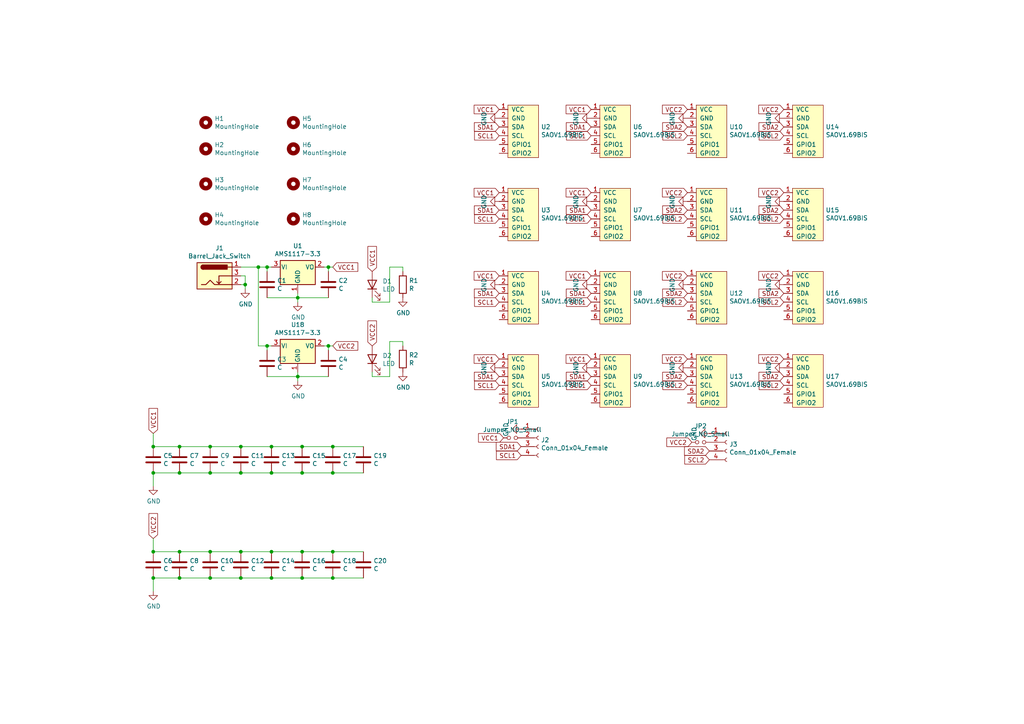
<source format=kicad_sch>
(kicad_sch (version 20211123) (generator eeschema)
  (paper "A4")
  (lib_symbols
    (symbol "Connector:Barrel_Jack_Switch" (pin_names hide)
      (property "Reference" "J" (at 0 5.334 0))
      (property "Value" "Barrel_Jack_Switch" (at 0 -5.08 0))
      (symbol "Barrel_Jack_Switch_0_1"
        (rectangle (start -5.08 3.81) (end 5.08 -3.81) (stroke (width 0.254)) (fill (type background)))
        (arc (start -3.302 3.175) (mid -3.937 2.54) (end -3.302 1.905) (stroke (width 0.254)))
        (arc (start -3.302 3.175) (mid -3.937 2.54) (end -3.302 1.905) (stroke (width 0.254)) (fill (type outline)))
        (polyline (pts (xy 1.27 -2.286) (xy 1.905 -1.651)) (stroke (width 0.254)))
        (polyline (pts (xy 5.08 2.54) (xy 3.81 2.54)) (stroke (width 0.254)))
        (polyline (pts (xy 5.08 0) (xy 1.27 0) (xy 1.27 -2.286) (xy 0.635 -1.651)) (stroke (width 0.254)))
        (polyline (pts (xy -3.81 -2.54) (xy -2.54 -2.54) (xy -1.27 -1.27) (xy 0 -2.54) (xy 2.54 -2.54) (xy 5.08 -2.54)) (stroke (width 0.254)))
        (rectangle (start 3.683 3.175) (end -3.302 1.905) (stroke (width 0.254)) (fill (type outline)))
      )
      (symbol "Barrel_Jack_Switch_1_1"
        (pin passive line (at 7.62 2.54 180) (length 2.54) (name "~") (number "1"))
        (pin passive line (at 7.62 -2.54 180) (length 2.54) (name "~") (number "2"))
        (pin passive line (at 7.62 0 180) (length 2.54) (name "~") (number "3"))
      )
    )
    (symbol "Connector:Conn_01x04_Female" (pin_names (offset 1.016) hide)
      (property "Reference" "J" (at 0 5.08 0))
      (property "Value" "Conn_01x04_Female" (at 0 -7.62 0))
      (symbol "Conn_01x04_Female_1_1"
        (arc (start 0 -4.572) (mid -0.508 -5.08) (end 0 -5.588) (stroke (width 0.1524)))
        (arc (start 0 -2.032) (mid -0.508 -2.54) (end 0 -3.048) (stroke (width 0.1524)))
        (polyline (pts (xy -1.27 -5.08) (xy -0.508 -5.08)) (stroke (width 0.1524)))
        (polyline (pts (xy -1.27 -2.54) (xy -0.508 -2.54)) (stroke (width 0.1524)))
        (polyline (pts (xy -1.27 0) (xy -0.508 0)) (stroke (width 0.1524)))
        (polyline (pts (xy -1.27 2.54) (xy -0.508 2.54)) (stroke (width 0.1524)))
        (arc (start 0 0.508) (mid -0.508 0) (end 0 -0.508) (stroke (width 0.1524)))
        (arc (start 0 3.048) (mid -0.508 2.54) (end 0 2.032) (stroke (width 0.1524)))
        (pin passive line (at -5.08 2.54 0) (length 3.81) (name "Pin_1") (number "1"))
        (pin passive line (at -5.08 0 0) (length 3.81) (name "Pin_2") (number "2"))
        (pin passive line (at -5.08 -2.54 0) (length 3.81) (name "Pin_3") (number "3"))
        (pin passive line (at -5.08 -5.08 0) (length 3.81) (name "Pin_4") (number "4"))
      )
    )
    (symbol "Device:C" (pin_numbers hide) (pin_names (offset 0.254))
      (property "Reference" "C" (at 0.635 2.54 0))
      (property "Value" "C" (at 0.635 -2.54 0))
      (symbol "C_0_1"
        (polyline (pts (xy -2.032 -0.762) (xy 2.032 -0.762)) (stroke (width 0.508)))
        (polyline (pts (xy -2.032 0.762) (xy 2.032 0.762)) (stroke (width 0.508)))
      )
      (symbol "C_1_1"
        (pin passive line (at 0 3.81 270) (length 2.794) (name "~") (number "1"))
        (pin passive line (at 0 -3.81 90) (length 2.794) (name "~") (number "2"))
      )
    )
    (symbol "Device:Jumper_NO_Small" (pin_numbers hide) (pin_names (offset 0.762) hide)
      (property "Reference" "JP" (at 0 2.032 0))
      (property "Value" "Jumper_NO_Small" (at 0.254 -1.524 0))
      (symbol "Jumper_NO_Small_0_1"
        (circle (center -1.016 0) (radius 0.508))
        (circle (center 1.016 0) (radius 0.508))
        (pin passive line (at -2.54 0 0) (length 1.016) (name "1") (number "1"))
        (pin passive line (at 2.54 0 180) (length 1.016) (name "2") (number "2"))
      )
    )
    (symbol "Device:LED" (pin_numbers hide) (pin_names (offset 1.016) hide)
      (property "Reference" "D" (at 0 2.54 0))
      (property "Value" "LED" (at 0 -2.54 0))
      (symbol "LED_0_1"
        (polyline (pts (xy -1.27 -1.27) (xy -1.27 1.27)) (stroke (width 0.254)))
        (polyline (pts (xy -1.27 0) (xy 1.27 0)))
        (polyline (pts (xy 1.27 -1.27) (xy 1.27 1.27) (xy -1.27 0) (xy 1.27 -1.27)) (stroke (width 0.254)))
        (polyline (pts (xy -3.048 -0.762) (xy -4.572 -2.286) (xy -3.81 -2.286) (xy -4.572 -2.286) (xy -4.572 -1.524)))
        (polyline (pts (xy -1.778 -0.762) (xy -3.302 -2.286) (xy -2.54 -2.286) (xy -3.302 -2.286) (xy -3.302 -1.524)))
      )
      (symbol "LED_1_1"
        (pin passive line (at -3.81 0 0) (length 2.54) (name "K") (number "1"))
        (pin passive line (at 3.81 0 180) (length 2.54) (name "A") (number "2"))
      )
    )
    (symbol "Device:R" (pin_numbers hide) (pin_names (offset 0))
      (property "Reference" "R" (at 2.032 0 90))
      (property "Value" "R" (at 0 0 90))
      (symbol "R_0_1"
        (rectangle (start -1.016 -2.54) (end 1.016 2.54) (stroke (width 0.254)))
      )
      (symbol "R_1_1"
        (pin passive line (at 0 3.81 270) (length 1.27) (name "~") (number "1"))
        (pin passive line (at 0 -3.81 90) (length 1.27) (name "~") (number "2"))
      )
    )
    (symbol "Mechanical:MountingHole" (pin_names (offset 1.016))
      (property "Reference" "H" (at 0 5.08 0))
      (property "Value" "MountingHole" (at 0 3.175 0))
      (symbol "MountingHole_0_1"
        (circle (center 0 0) (radius 1.27) (stroke (width 1.27)))
      )
    )
    (symbol "Regulator_Linear:AMS1117-3.3" (pin_names (offset 0.254))
      (property "Reference" "U" (at -3.81 3.175 0))
      (property "Value" "AMS1117-3.3" (at 0 3.175 0))
      (symbol "AMS1117-3.3_0_1"
        (rectangle (start -5.08 -5.08) (end 5.08 1.905) (stroke (width 0.254)) (fill (type background)))
      )
      (symbol "AMS1117-3.3_1_1"
        (pin power_in line (at 0 -7.62 90) (length 2.54) (name "GND") (number "1"))
        (pin power_out line (at 7.62 0 180) (length 2.54) (name "VO") (number "2"))
        (pin power_in line (at -7.62 0 0) (length 2.54) (name "VI") (number "3"))
      )
    )
    (symbol "SAO_library:SAOV1.69BIS" (pin_names (offset 1.016))
      (property "Reference" "U" (at 0 12.7 0))
      (property "Value" "SAOV1.69BIS" (at 0 10.16 0))
      (symbol "SAOV1.69BIS_0_1"
        (rectangle (start 3.81 7.62) (end 12.7 -7.62) (fill (type background)))
      )
      (symbol "SAOV1.69BIS_1_1"
        (pin input line (at 1.27 6.35 0) (length 2.54) (name "VCC") (number "1"))
        (pin input line (at 1.27 3.81 0) (length 2.54) (name "GND") (number "2"))
        (pin input line (at 1.27 1.27 0) (length 2.54) (name "SDA") (number "3"))
        (pin input line (at 1.27 -1.27 0) (length 2.54) (name "SCL") (number "4"))
        (pin input line (at 1.27 -3.81 0) (length 2.54) (name "GPIO1") (number "5"))
        (pin input line (at 1.27 -6.35 0) (length 2.54) (name "GPIO2") (number "6"))
      )
    )
    (symbol "power:GND" (power) (pin_names (offset 0))
      (property "Value" "GND" (at 0 -3.81 0))
      (symbol "GND_0_1"
        (polyline (pts (xy 0 0) (xy 0 -1.27) (xy 1.27 -1.27) (xy 0 -2.54) (xy -1.27 -1.27) (xy 0 -1.27)))
      )
      (symbol "GND_1_1"
        (pin power_in line (at 0 0 270) (length 0) hide (name "GND") (number "1"))
      )
    )
  )
  (junction (at 44.45 137.16))
  (junction (at 52.07 129.54))
  (junction (at 69.85 167.64))
  (junction (at 52.07 160.02))
  (junction (at 86.36 109.22))
  (junction (at 78.74 160.02))
  (junction (at 44.45 160.02))
  (junction (at 77.47 77.47))
  (junction (at 95.25 77.47))
  (junction (at 52.07 137.16))
  (junction (at 78.74 129.54))
  (junction (at 60.96 129.54))
  (junction (at 74.93 77.47))
  (junction (at 87.63 137.16))
  (junction (at 52.07 167.64))
  (junction (at 86.36 86.36))
  (junction (at 78.74 167.64))
  (junction (at 96.52 167.64))
  (junction (at 71.12 82.55))
  (junction (at 78.74 137.16))
  (junction (at 60.96 167.64))
  (junction (at 77.47 100.33))
  (junction (at 87.63 129.54))
  (junction (at 44.45 129.54))
  (junction (at 87.63 167.64))
  (junction (at 60.96 160.02))
  (junction (at 96.52 160.02))
  (junction (at 96.52 137.16))
  (junction (at 95.25 100.33))
  (junction (at 69.85 137.16))
  (junction (at 87.63 160.02))
  (junction (at 69.85 160.02))
  (junction (at 96.52 129.54))
  (junction (at 44.45 167.64))
  (junction (at 60.96 137.16))
  (junction (at 69.85 129.54))
  (wire (pts (xy 96.52 129.54) (xy 87.63 129.54)))
  (wire (pts (xy 60.96 160.02) (xy 52.07 160.02)))
  (wire (pts (xy 60.96 167.64) (xy 52.07 167.64)))
  (wire (pts (xy 86.36 107.95) (xy 86.36 109.22)))
  (wire (pts (xy 71.12 82.55) (xy 71.12 83.82)))
  (wire (pts (xy 113.03 109.22) (xy 113.03 99.06)))
  (wire (pts (xy 116.84 77.47) (xy 116.84 78.74)))
  (wire (pts (xy 87.63 129.54) (xy 78.74 129.54)))
  (wire (pts (xy 74.93 77.47) (xy 77.47 77.47)))
  (wire (pts (xy 52.07 137.16) (xy 44.45 137.16)))
  (wire (pts (xy 95.25 109.22) (xy 86.36 109.22)))
  (wire (pts (xy 77.47 86.36) (xy 86.36 86.36)))
  (wire (pts (xy 86.36 86.36) (xy 86.36 87.63)))
  (wire (pts (xy 44.45 167.64) (xy 44.45 171.45)))
  (wire (pts (xy 116.84 99.06) (xy 116.84 100.33)))
  (wire (pts (xy 113.03 87.63) (xy 113.03 77.47)))
  (wire (pts (xy 96.52 160.02) (xy 87.63 160.02)))
  (wire (pts (xy 44.45 137.16) (xy 44.45 140.97)))
  (wire (pts (xy 74.93 100.33) (xy 77.47 100.33)))
  (wire (pts (xy 69.85 137.16) (xy 60.96 137.16)))
  (wire (pts (xy 95.25 77.47) (xy 96.52 77.47)))
  (wire (pts (xy 105.41 137.16) (xy 96.52 137.16)))
  (wire (pts (xy 113.03 77.47) (xy 116.84 77.47)))
  (wire (pts (xy 69.85 160.02) (xy 60.96 160.02)))
  (wire (pts (xy 77.47 78.74) (xy 77.47 77.47)))
  (wire (pts (xy 71.12 80.01) (xy 71.12 82.55)))
  (wire (pts (xy 69.85 129.54) (xy 60.96 129.54)))
  (wire (pts (xy 69.85 80.01) (xy 71.12 80.01)))
  (wire (pts (xy 52.07 160.02) (xy 44.45 160.02)))
  (wire (pts (xy 93.98 77.47) (xy 95.25 77.47)))
  (wire (pts (xy 52.07 129.54) (xy 44.45 129.54)))
  (wire (pts (xy 95.25 100.33) (xy 95.25 101.6)))
  (wire (pts (xy 69.85 167.64) (xy 60.96 167.64)))
  (wire (pts (xy 87.63 137.16) (xy 78.74 137.16)))
  (wire (pts (xy 87.63 160.02) (xy 78.74 160.02)))
  (wire (pts (xy 78.74 160.02) (xy 69.85 160.02)))
  (wire (pts (xy 105.41 167.64) (xy 96.52 167.64)))
  (wire (pts (xy 78.74 137.16) (xy 69.85 137.16)))
  (wire (pts (xy 77.47 77.47) (xy 78.74 77.47)))
  (wire (pts (xy 96.52 167.64) (xy 87.63 167.64)))
  (wire (pts (xy 95.25 86.36) (xy 86.36 86.36)))
  (wire (pts (xy 105.41 129.54) (xy 96.52 129.54)))
  (wire (pts (xy 107.95 87.63) (xy 113.03 87.63)))
  (wire (pts (xy 78.74 129.54) (xy 69.85 129.54)))
  (wire (pts (xy 95.25 77.47) (xy 95.25 78.74)))
  (wire (pts (xy 105.41 160.02) (xy 96.52 160.02)))
  (wire (pts (xy 107.95 107.95) (xy 107.95 109.22)))
  (wire (pts (xy 52.07 167.64) (xy 44.45 167.64)))
  (wire (pts (xy 77.47 100.33) (xy 78.74 100.33)))
  (wire (pts (xy 69.85 82.55) (xy 71.12 82.55)))
  (wire (pts (xy 44.45 160.02) (xy 44.45 156.21)))
  (wire (pts (xy 113.03 99.06) (xy 116.84 99.06)))
  (wire (pts (xy 69.85 77.47) (xy 74.93 77.47)))
  (wire (pts (xy 60.96 137.16) (xy 52.07 137.16)))
  (wire (pts (xy 77.47 109.22) (xy 86.36 109.22)))
  (wire (pts (xy 60.96 129.54) (xy 52.07 129.54)))
  (wire (pts (xy 86.36 85.09) (xy 86.36 86.36)))
  (wire (pts (xy 44.45 129.54) (xy 44.45 125.73)))
  (wire (pts (xy 95.25 100.33) (xy 96.52 100.33)))
  (wire (pts (xy 107.95 86.36) (xy 107.95 87.63)))
  (wire (pts (xy 93.98 100.33) (xy 95.25 100.33)))
  (wire (pts (xy 87.63 167.64) (xy 78.74 167.64)))
  (wire (pts (xy 86.36 109.22) (xy 86.36 110.49)))
  (wire (pts (xy 74.93 100.33) (xy 74.93 77.47)))
  (wire (pts (xy 78.74 167.64) (xy 69.85 167.64)))
  (wire (pts (xy 77.47 101.6) (xy 77.47 100.33)))
  (wire (pts (xy 96.52 137.16) (xy 87.63 137.16)))
  (wire (pts (xy 107.95 109.22) (xy 113.03 109.22)))
  (global_label "SCL2" (shape input) (at 227.33 39.37 180) (property "Intersheet References" "${INTERSHEET_REFS}" (effects hide)))
  (global_label "SDA2" (shape input) (at 227.33 36.83 180) (property "Intersheet References" "${INTERSHEET_REFS}" (effects hide)))
  (global_label "VCC1" (shape input) (at 144.78 104.14 180) (property "Intersheet References" "${INTERSHEET_REFS}" (effects hide)))
  (global_label "VCC2" (shape input) (at 199.39 104.14 180) (property "Intersheet References" "${INTERSHEET_REFS}" (effects hide)))
  (global_label "SDA1" (shape input) (at 144.78 109.22 180) (property "Intersheet References" "${INTERSHEET_REFS}" (effects hide)))
  (global_label "VCC1" (shape input) (at 171.45 80.01 180) (property "Intersheet References" "${INTERSHEET_REFS}" (effects hide)))
  (global_label "VCC2" (shape input) (at 199.39 31.75 180) (property "Intersheet References" "${INTERSHEET_REFS}" (effects hide)))
  (global_label "SDA2" (shape input) (at 199.39 36.83 180) (property "Intersheet References" "${INTERSHEET_REFS}" (effects hide)))
  (global_label "VCC1" (shape input) (at 96.52 77.47 0) (property "Intersheet References" "${INTERSHEET_REFS}" (effects hide)))
  (global_label "VCC1" (shape input) (at 144.78 80.01 180) (property "Intersheet References" "${INTERSHEET_REFS}" (effects hide)))
  (global_label "SDA1" (shape input) (at 171.45 60.96 180) (property "Intersheet References" "${INTERSHEET_REFS}" (effects hide)))
  (global_label "SDA1" (shape input) (at 151.13 129.54 180) (property "Intersheet References" "${INTERSHEET_REFS}" (effects hide)))
  (global_label "SCL1" (shape input) (at 144.78 39.37 180) (property "Intersheet References" "${INTERSHEET_REFS}" (effects hide)))
  (global_label "VCC2" (shape input) (at 227.33 104.14 180) (property "Intersheet References" "${INTERSHEET_REFS}" (effects hide)))
  (global_label "VCC2" (shape input) (at 199.39 55.88 180) (property "Intersheet References" "${INTERSHEET_REFS}" (effects hide)))
  (global_label "VCC1" (shape input) (at 144.78 55.88 180) (property "Intersheet References" "${INTERSHEET_REFS}" (effects hide)))
  (global_label "SDA2" (shape input) (at 205.74 130.81 180) (property "Intersheet References" "${INTERSHEET_REFS}" (effects hide)))
  (global_label "SCL1" (shape input) (at 144.78 63.5 180) (property "Intersheet References" "${INTERSHEET_REFS}" (effects hide)))
  (global_label "VCC1" (shape input) (at 44.45 125.73 90) (property "Intersheet References" "${INTERSHEET_REFS}" (effects hide)))
  (global_label "VCC2" (shape input) (at 227.33 80.01 180) (property "Intersheet References" "${INTERSHEET_REFS}" (effects hide)))
  (global_label "SCL2" (shape input) (at 199.39 39.37 180) (property "Intersheet References" "${INTERSHEET_REFS}" (effects hide)))
  (global_label "SDA2" (shape input) (at 199.39 109.22 180) (property "Intersheet References" "${INTERSHEET_REFS}" (effects hide)))
  (global_label "VCC2" (shape input) (at 96.52 100.33 0) (property "Intersheet References" "${INTERSHEET_REFS}" (effects hide)))
  (global_label "SCL1" (shape input) (at 171.45 111.76 180) (property "Intersheet References" "${INTERSHEET_REFS}" (effects hide)))
  (global_label "SDA1" (shape input) (at 144.78 60.96 180) (property "Intersheet References" "${INTERSHEET_REFS}" (effects hide)))
  (global_label "SCL2" (shape input) (at 199.39 87.63 180) (property "Intersheet References" "${INTERSHEET_REFS}" (effects hide)))
  (global_label "VCC1" (shape input) (at 171.45 31.75 180) (property "Intersheet References" "${INTERSHEET_REFS}" (effects hide)))
  (global_label "SCL1" (shape input) (at 171.45 63.5 180) (property "Intersheet References" "${INTERSHEET_REFS}" (effects hide)))
  (global_label "SCL2" (shape input) (at 227.33 111.76 180) (property "Intersheet References" "${INTERSHEET_REFS}" (effects hide)))
  (global_label "SDA1" (shape input) (at 171.45 85.09 180) (property "Intersheet References" "${INTERSHEET_REFS}" (effects hide)))
  (global_label "SCL1" (shape input) (at 144.78 87.63 180) (property "Intersheet References" "${INTERSHEET_REFS}" (effects hide)))
  (global_label "VCC2" (shape input) (at 200.66 128.27 180) (property "Intersheet References" "${INTERSHEET_REFS}" (effects hide)))
  (global_label "VCC2" (shape input) (at 44.45 156.21 90) (property "Intersheet References" "${INTERSHEET_REFS}" (effects hide)))
  (global_label "VCC1" (shape input) (at 146.05 127 180) (property "Intersheet References" "${INTERSHEET_REFS}" (effects hide)))
  (global_label "SCL2" (shape input) (at 227.33 87.63 180) (property "Intersheet References" "${INTERSHEET_REFS}" (effects hide)))
  (global_label "SDA1" (shape input) (at 171.45 109.22 180) (property "Intersheet References" "${INTERSHEET_REFS}" (effects hide)))
  (global_label "SCL1" (shape input) (at 151.13 132.08 180) (property "Intersheet References" "${INTERSHEET_REFS}" (effects hide)))
  (global_label "VCC1" (shape input) (at 144.78 31.75 180) (property "Intersheet References" "${INTERSHEET_REFS}" (effects hide)))
  (global_label "VCC2" (shape input) (at 199.39 80.01 180) (property "Intersheet References" "${INTERSHEET_REFS}" (effects hide)))
  (global_label "SDA2" (shape input) (at 199.39 85.09 180) (property "Intersheet References" "${INTERSHEET_REFS}" (effects hide)))
  (global_label "SCL2" (shape input) (at 227.33 63.5 180) (property "Intersheet References" "${INTERSHEET_REFS}" (effects hide)))
  (global_label "SDA2" (shape input) (at 199.39 60.96 180) (property "Intersheet References" "${INTERSHEET_REFS}" (effects hide)))
  (global_label "SDA1" (shape input) (at 144.78 85.09 180) (property "Intersheet References" "${INTERSHEET_REFS}" (effects hide)))
  (global_label "VCC1" (shape input) (at 171.45 104.14 180) (property "Intersheet References" "${INTERSHEET_REFS}" (effects hide)))
  (global_label "SDA2" (shape input) (at 227.33 85.09 180) (property "Intersheet References" "${INTERSHEET_REFS}" (effects hide)))
  (global_label "VCC2" (shape input) (at 227.33 55.88 180) (property "Intersheet References" "${INTERSHEET_REFS}" (effects hide)))
  (global_label "VCC2" (shape input) (at 107.95 100.33 90) (property "Intersheet References" "${INTERSHEET_REFS}" (effects hide)))
  (global_label "SDA2" (shape input) (at 227.33 60.96 180) (property "Intersheet References" "${INTERSHEET_REFS}" (effects hide)))
  (global_label "SCL1" (shape input) (at 171.45 87.63 180) (property "Intersheet References" "${INTERSHEET_REFS}" (effects hide)))
  (global_label "SCL2" (shape input) (at 199.39 63.5 180) (property "Intersheet References" "${INTERSHEET_REFS}" (effects hide)))
  (global_label "VCC1" (shape input) (at 171.45 55.88 180) (property "Intersheet References" "${INTERSHEET_REFS}" (effects hide)))
  (global_label "SCL2" (shape input) (at 199.39 111.76 180) (property "Intersheet References" "${INTERSHEET_REFS}" (effects hide)))
  (global_label "SCL1" (shape input) (at 144.78 111.76 180) (property "Intersheet References" "${INTERSHEET_REFS}" (effects hide)))
  (global_label "SCL1" (shape input) (at 171.45 39.37 180) (property "Intersheet References" "${INTERSHEET_REFS}" (effects hide)))
  (global_label "SCL2" (shape input) (at 205.74 133.35 180) (property "Intersheet References" "${INTERSHEET_REFS}" (effects hide)))
  (global_label "VCC2" (shape input) (at 227.33 31.75 180) (property "Intersheet References" "${INTERSHEET_REFS}" (effects hide)))
  (global_label "SDA2" (shape input) (at 227.33 109.22 180) (property "Intersheet References" "${INTERSHEET_REFS}" (effects hide)))
  (global_label "VCC1" (shape input) (at 107.95 78.74 90) (property "Intersheet References" "${INTERSHEET_REFS}" (effects hide)))
  (global_label "SDA1" (shape input) (at 171.45 36.83 180) (property "Intersheet References" "${INTERSHEET_REFS}" (effects hide)))
  (global_label "SDA1" (shape input) (at 144.78 36.83 180) (property "Intersheet References" "${INTERSHEET_REFS}" (effects hide)))
  (symbol (lib_id "Regulator_Linear:AMS1117-3.3") (at 86.36 77.47 0) (unit 1)
    (property "Reference" "U1" (at 86.36 71.3232 0))
    (property "Value" "AMS1117-3.3" (at 86.36 73.6346 0))
    (property "Footprint" "Package_TO_SOT_SMD:SOT-223-3_TabPin2" (effects hide))
    (property "Datasheet" "http://www.advanced-monolithic.com/pdf/ds1117.pdf" (effects hide))
  )
  (symbol (lib_id "Device:C") (at 77.47 82.55 0) (unit 1)
    (property "Reference" "C1" (at 80.391 81.3816 0) (effects (justify left)))
    (property "Value" "C" (at 80.391 83.693 0) (effects (justify left)))
    (property "Footprint" "Capacitor_SMD:C_1206_3216Metric_Pad1.33x1.80mm_HandSolder" (effects hide))
  )
  (symbol (lib_id "Device:C") (at 95.25 82.55 0) (unit 1)
    (property "Reference" "C2" (at 98.171 81.3816 0) (effects (justify left)))
    (property "Value" "C" (at 98.171 83.693 0) (effects (justify left)))
    (property "Footprint" "Capacitor_SMD:C_1206_3216Metric_Pad1.33x1.80mm_HandSolder" (effects hide))
  )
  (symbol (lib_id "power:GND") (at 86.36 87.63 0) (unit 1)
    (property "Reference" "#PWR0101" (effects hide))
    (property "Value" "GND" (at 86.487 92.0242 0))
  )
  (symbol (lib_id "SAO_library:SAOV1.69BIS") (at 143.51 38.1 0) (unit 1)
    (property "Reference" "U2" (at 156.9212 36.8046 0) (effects (justify left)))
    (property "Value" "SAOV1.69BIS" (at 156.9212 39.116 0) (effects (justify left)))
    (property "Footprint" "Connector_PinSocket_2.54mm:PinSocket_2x03_P2.54mm_Vertical" (effects hide))
  )
  (symbol (lib_id "SAO_library:SAOV1.69BIS") (at 170.18 38.1 0) (unit 1)
    (property "Reference" "U6" (at 183.5912 36.8046 0) (effects (justify left)))
    (property "Value" "SAOV1.69BIS" (at 183.5912 39.116 0) (effects (justify left)))
    (property "Footprint" "Connector_PinSocket_2.54mm:PinSocket_2x03_P2.54mm_Vertical" (effects hide))
  )
  (symbol (lib_id "SAO_library:SAOV1.69BIS") (at 198.12 38.1 0) (unit 1)
    (property "Reference" "U10" (at 211.5312 36.8046 0) (effects (justify left)))
    (property "Value" "SAOV1.69BIS" (at 211.5312 39.116 0) (effects (justify left)))
    (property "Footprint" "Connector_PinSocket_2.54mm:PinSocket_2x03_P2.54mm_Vertical" (effects hide))
  )
  (symbol (lib_id "SAO_library:SAOV1.69BIS") (at 226.06 38.1 0) (unit 1)
    (property "Reference" "U14" (at 239.4712 36.8046 0) (effects (justify left)))
    (property "Value" "SAOV1.69BIS" (at 239.4712 39.116 0) (effects (justify left)))
    (property "Footprint" "Connector_PinSocket_2.54mm:PinSocket_2x03_P2.54mm_Vertical" (effects hide))
  )
  (symbol (lib_id "SAO_library:SAOV1.69BIS") (at 143.51 62.23 0) (unit 1)
    (property "Reference" "U3" (at 156.9212 60.9346 0) (effects (justify left)))
    (property "Value" "SAOV1.69BIS" (at 156.9212 63.246 0) (effects (justify left)))
    (property "Footprint" "Connector_PinSocket_2.54mm:PinSocket_2x03_P2.54mm_Vertical" (effects hide))
  )
  (symbol (lib_id "SAO_library:SAOV1.69BIS") (at 170.18 62.23 0) (unit 1)
    (property "Reference" "U7" (at 183.5912 60.9346 0) (effects (justify left)))
    (property "Value" "SAOV1.69BIS" (at 183.5912 63.246 0) (effects (justify left)))
    (property "Footprint" "Connector_PinSocket_2.54mm:PinSocket_2x03_P2.54mm_Vertical" (effects hide))
  )
  (symbol (lib_id "SAO_library:SAOV1.69BIS") (at 198.12 62.23 0) (unit 1)
    (property "Reference" "U11" (at 211.5312 60.9346 0) (effects (justify left)))
    (property "Value" "SAOV1.69BIS" (at 211.5312 63.246 0) (effects (justify left)))
    (property "Footprint" "Connector_PinSocket_2.54mm:PinSocket_2x03_P2.54mm_Vertical" (effects hide))
  )
  (symbol (lib_id "SAO_library:SAOV1.69BIS") (at 226.06 62.23 0) (unit 1)
    (property "Reference" "U15" (at 239.4712 60.9346 0) (effects (justify left)))
    (property "Value" "SAOV1.69BIS" (at 239.4712 63.246 0) (effects (justify left)))
    (property "Footprint" "Connector_PinSocket_2.54mm:PinSocket_2x03_P2.54mm_Vertical" (effects hide))
  )
  (symbol (lib_id "SAO_library:SAOV1.69BIS") (at 143.51 86.36 0) (unit 1)
    (property "Reference" "U4" (at 156.9212 85.0646 0) (effects (justify left)))
    (property "Value" "SAOV1.69BIS" (at 156.9212 87.376 0) (effects (justify left)))
    (property "Footprint" "Connector_PinSocket_2.54mm:PinSocket_2x03_P2.54mm_Vertical" (effects hide))
  )
  (symbol (lib_id "SAO_library:SAOV1.69BIS") (at 170.18 86.36 0) (unit 1)
    (property "Reference" "U8" (at 183.5912 85.0646 0) (effects (justify left)))
    (property "Value" "SAOV1.69BIS" (at 183.5912 87.376 0) (effects (justify left)))
    (property "Footprint" "Connector_PinSocket_2.54mm:PinSocket_2x03_P2.54mm_Vertical" (effects hide))
  )
  (symbol (lib_id "SAO_library:SAOV1.69BIS") (at 198.12 86.36 0) (unit 1)
    (property "Reference" "U12" (at 211.5312 85.0646 0) (effects (justify left)))
    (property "Value" "SAOV1.69BIS" (at 211.5312 87.376 0) (effects (justify left)))
    (property "Footprint" "Connector_PinSocket_2.54mm:PinSocket_2x03_P2.54mm_Vertical" (effects hide))
  )
  (symbol (lib_id "SAO_library:SAOV1.69BIS") (at 226.06 86.36 0) (unit 1)
    (property "Reference" "U16" (at 239.4712 85.0646 0) (effects (justify left)))
    (property "Value" "SAOV1.69BIS" (at 239.4712 87.376 0) (effects (justify left)))
    (property "Footprint" "Connector_PinSocket_2.54mm:PinSocket_2x03_P2.54mm_Vertical" (effects hide))
  )
  (symbol (lib_id "SAO_library:SAOV1.69BIS") (at 143.51 110.49 0) (unit 1)
    (property "Reference" "U5" (at 156.9212 109.1946 0) (effects (justify left)))
    (property "Value" "SAOV1.69BIS" (at 156.9212 111.506 0) (effects (justify left)))
    (property "Footprint" "Connector_PinSocket_2.54mm:PinSocket_2x03_P2.54mm_Vertical" (effects hide))
  )
  (symbol (lib_id "SAO_library:SAOV1.69BIS") (at 170.18 110.49 0) (unit 1)
    (property "Reference" "U9" (at 183.5912 109.1946 0) (effects (justify left)))
    (property "Value" "SAOV1.69BIS" (at 183.5912 111.506 0) (effects (justify left)))
    (property "Footprint" "Connector_PinSocket_2.54mm:PinSocket_2x03_P2.54mm_Vertical" (effects hide))
  )
  (symbol (lib_id "SAO_library:SAOV1.69BIS") (at 198.12 110.49 0) (unit 1)
    (property "Reference" "U13" (at 211.5312 109.1946 0) (effects (justify left)))
    (property "Value" "SAOV1.69BIS" (at 211.5312 111.506 0) (effects (justify left)))
    (property "Footprint" "Connector_PinSocket_2.54mm:PinSocket_2x03_P2.54mm_Vertical" (effects hide))
  )
  (symbol (lib_id "SAO_library:SAOV1.69BIS") (at 226.06 110.49 0) (unit 1)
    (property "Reference" "U17" (at 239.4712 109.1946 0) (effects (justify left)))
    (property "Value" "SAOV1.69BIS" (at 239.4712 111.506 0) (effects (justify left)))
    (property "Footprint" "Connector_PinSocket_2.54mm:PinSocket_2x03_P2.54mm_Vertical" (effects hide))
  )
  (symbol (lib_id "Connector:Barrel_Jack_Switch") (at 62.23 80.01 0) (unit 1)
    (property "Reference" "J1" (at 63.6778 71.9582 0))
    (property "Value" "Barrel_Jack_Switch" (at 63.6778 74.2696 0))
    (property "Footprint" "Connector_BarrelJack:BarrelJack_CUI_PJ-102AH_Horizontal" (effects hide))
  )
  (symbol (lib_id "power:GND") (at 71.12 83.82 0) (unit 1)
    (property "Reference" "#PWR0102" (effects hide))
    (property "Value" "GND" (at 71.247 88.2142 0))
  )
  (symbol (lib_id "Regulator_Linear:AMS1117-3.3") (at 86.36 100.33 0) (unit 1)
    (property "Reference" "U18" (at 86.36 94.1832 0))
    (property "Value" "AMS1117-3.3" (at 86.36 96.4946 0))
    (property "Footprint" "Package_TO_SOT_SMD:SOT-223-3_TabPin2" (effects hide))
    (property "Datasheet" "http://www.advanced-monolithic.com/pdf/ds1117.pdf" (effects hide))
  )
  (symbol (lib_id "Device:C") (at 77.47 105.41 0) (unit 1)
    (property "Reference" "C3" (at 80.391 104.2416 0) (effects (justify left)))
    (property "Value" "C" (at 80.391 106.553 0) (effects (justify left)))
    (property "Footprint" "Capacitor_SMD:C_1206_3216Metric_Pad1.33x1.80mm_HandSolder" (effects hide))
  )
  (symbol (lib_id "Device:C") (at 95.25 105.41 0) (unit 1)
    (property "Reference" "C4" (at 98.171 104.2416 0) (effects (justify left)))
    (property "Value" "C" (at 98.171 106.553 0) (effects (justify left)))
    (property "Footprint" "Capacitor_SMD:C_1206_3216Metric_Pad1.33x1.80mm_HandSolder" (effects hide))
  )
  (symbol (lib_id "power:GND") (at 86.36 110.49 0) (unit 1)
    (property "Reference" "#PWR0103" (effects hide))
    (property "Value" "GND" (at 86.487 114.8842 0))
  )
  (symbol (lib_id "power:GND") (at 144.78 34.29 270) (unit 1)
    (property "Reference" "#PWR0104" (effects hide))
    (property "Value" "GND" (at 140.3858 34.417 0))
  )
  (symbol (lib_id "power:GND") (at 144.78 58.42 270) (unit 1)
    (property "Reference" "#PWR0105" (effects hide))
    (property "Value" "GND" (at 140.3858 58.547 0))
  )
  (symbol (lib_id "power:GND") (at 144.78 82.55 270) (unit 1)
    (property "Reference" "#PWR0106" (effects hide))
    (property "Value" "GND" (at 140.3858 82.677 0))
  )
  (symbol (lib_id "power:GND") (at 144.78 106.68 270) (unit 1)
    (property "Reference" "#PWR0107" (effects hide))
    (property "Value" "GND" (at 140.3858 106.807 0))
  )
  (symbol (lib_id "power:GND") (at 171.45 34.29 270) (unit 1)
    (property "Reference" "#PWR0108" (effects hide))
    (property "Value" "GND" (at 167.0558 34.417 0))
  )
  (symbol (lib_id "power:GND") (at 171.45 58.42 270) (unit 1)
    (property "Reference" "#PWR0109" (effects hide))
    (property "Value" "GND" (at 167.0558 58.547 0))
  )
  (symbol (lib_id "power:GND") (at 171.45 82.55 270) (unit 1)
    (property "Reference" "#PWR0110" (effects hide))
    (property "Value" "GND" (at 167.0558 82.677 0))
  )
  (symbol (lib_id "power:GND") (at 171.45 106.68 270) (unit 1)
    (property "Reference" "#PWR0111" (effects hide))
    (property "Value" "GND" (at 167.0558 106.807 0))
  )
  (symbol (lib_id "power:GND") (at 199.39 34.29 270) (unit 1)
    (property "Reference" "#PWR0112" (effects hide))
    (property "Value" "GND" (at 194.9958 34.417 0))
  )
  (symbol (lib_id "power:GND") (at 199.39 58.42 270) (unit 1)
    (property "Reference" "#PWR0113" (effects hide))
    (property "Value" "GND" (at 194.9958 58.547 0))
  )
  (symbol (lib_id "power:GND") (at 199.39 82.55 270) (unit 1)
    (property "Reference" "#PWR0114" (effects hide))
    (property "Value" "GND" (at 194.9958 82.677 0))
  )
  (symbol (lib_id "power:GND") (at 199.39 106.68 270) (unit 1)
    (property "Reference" "#PWR0115" (effects hide))
    (property "Value" "GND" (at 194.9958 106.807 0))
  )
  (symbol (lib_id "power:GND") (at 227.33 34.29 270) (unit 1)
    (property "Reference" "#PWR0116" (effects hide))
    (property "Value" "GND" (at 222.9358 34.417 0))
  )
  (symbol (lib_id "power:GND") (at 227.33 58.42 270) (unit 1)
    (property "Reference" "#PWR0117" (effects hide))
    (property "Value" "GND" (at 222.9358 58.547 0))
  )
  (symbol (lib_id "power:GND") (at 227.33 82.55 270) (unit 1)
    (property "Reference" "#PWR0118" (effects hide))
    (property "Value" "GND" (at 222.9358 82.677 0))
  )
  (symbol (lib_id "power:GND") (at 227.33 106.68 270) (unit 1)
    (property "Reference" "#PWR0119" (effects hide))
    (property "Value" "GND" (at 222.9358 106.807 0))
  )
  (symbol (lib_id "Mechanical:MountingHole") (at 59.69 35.56 0) (unit 1)
    (property "Reference" "H1" (at 62.23 34.3916 0) (effects (justify left)))
    (property "Value" "MountingHole" (at 62.23 36.703 0) (effects (justify left)))
    (property "Footprint" "MountingHole:MountingHole_3.2mm_M3_Pad_Via" (effects hide))
  )
  (symbol (lib_id "Mechanical:MountingHole") (at 59.69 43.18 0) (unit 1)
    (property "Reference" "H2" (at 62.23 42.0116 0) (effects (justify left)))
    (property "Value" "MountingHole" (at 62.23 44.323 0) (effects (justify left)))
    (property "Footprint" "MountingHole:MountingHole_3.2mm_M3_Pad_Via" (effects hide))
  )
  (symbol (lib_id "Mechanical:MountingHole") (at 59.69 53.34 0) (unit 1)
    (property "Reference" "H3" (at 62.23 52.1716 0) (effects (justify left)))
    (property "Value" "MountingHole" (at 62.23 54.483 0) (effects (justify left)))
    (property "Footprint" "MountingHole:MountingHole_3.2mm_M3_Pad_Via" (effects hide))
  )
  (symbol (lib_id "Mechanical:MountingHole") (at 59.69 63.5 0) (unit 1)
    (property "Reference" "H4" (at 62.23 62.3316 0) (effects (justify left)))
    (property "Value" "MountingHole" (at 62.23 64.643 0) (effects (justify left)))
    (property "Footprint" "MountingHole:MountingHole_3.2mm_M3_Pad_Via" (effects hide))
  )
  (symbol (lib_id "Mechanical:MountingHole") (at 85.09 35.56 0) (unit 1)
    (property "Reference" "H5" (at 87.63 34.3916 0) (effects (justify left)))
    (property "Value" "MountingHole" (at 87.63 36.703 0) (effects (justify left)))
    (property "Footprint" "MountingHole:MountingHole_3.2mm_M3_Pad_Via" (effects hide))
  )
  (symbol (lib_id "Mechanical:MountingHole") (at 85.09 43.18 0) (unit 1)
    (property "Reference" "H6" (at 87.63 42.0116 0) (effects (justify left)))
    (property "Value" "MountingHole" (at 87.63 44.323 0) (effects (justify left)))
    (property "Footprint" "MountingHole:MountingHole_3.2mm_M3_Pad_Via" (effects hide))
  )
  (symbol (lib_id "Mechanical:MountingHole") (at 85.09 53.34 0) (unit 1)
    (property "Reference" "H7" (at 87.63 52.1716 0) (effects (justify left)))
    (property "Value" "MountingHole" (at 87.63 54.483 0) (effects (justify left)))
    (property "Footprint" "MountingHole:MountingHole_3.2mm_M3_Pad_Via" (effects hide))
  )
  (symbol (lib_id "Mechanical:MountingHole") (at 85.09 63.5 0) (unit 1)
    (property "Reference" "H8" (at 87.63 62.3316 0) (effects (justify left)))
    (property "Value" "MountingHole" (at 87.63 64.643 0) (effects (justify left)))
    (property "Footprint" "MountingHole:MountingHole_3.2mm_M3_Pad_Via" (effects hide))
  )
  (symbol (lib_id "Device:C") (at 78.74 133.35 0) (unit 1)
    (property "Reference" "C13" (at 81.661 132.1816 0) (effects (justify left)))
    (property "Value" "C" (at 81.661 134.493 0) (effects (justify left)))
    (property "Footprint" "Capacitor_SMD:C_1206_3216Metric_Pad1.33x1.80mm_HandSolder" (effects hide))
  )
  (symbol (lib_id "Device:C") (at 87.63 133.35 0) (unit 1)
    (property "Reference" "C15" (at 90.551 132.1816 0) (effects (justify left)))
    (property "Value" "C" (at 90.551 134.493 0) (effects (justify left)))
    (property "Footprint" "Capacitor_SMD:C_1206_3216Metric_Pad1.33x1.80mm_HandSolder" (effects hide))
  )
  (symbol (lib_id "Device:C") (at 96.52 133.35 0) (unit 1)
    (property "Reference" "C17" (at 99.441 132.1816 0) (effects (justify left)))
    (property "Value" "C" (at 99.441 134.493 0) (effects (justify left)))
    (property "Footprint" "Capacitor_SMD:C_1206_3216Metric_Pad1.33x1.80mm_HandSolder" (effects hide))
  )
  (symbol (lib_id "Device:C") (at 105.41 133.35 0) (unit 1)
    (property "Reference" "C19" (at 108.331 132.1816 0) (effects (justify left)))
    (property "Value" "C" (at 108.331 134.493 0) (effects (justify left)))
    (property "Footprint" "Capacitor_SMD:C_1206_3216Metric_Pad1.33x1.80mm_HandSolder" (effects hide))
  )
  (symbol (lib_id "power:GND") (at 44.45 140.97 0) (unit 1)
    (property "Reference" "#PWR0120" (effects hide))
    (property "Value" "GND" (at 44.577 145.3642 0))
  )
  (symbol (lib_id "Device:C") (at 44.45 133.35 0) (unit 1)
    (property "Reference" "C5" (at 47.371 132.1816 0) (effects (justify left)))
    (property "Value" "C" (at 47.371 134.493 0) (effects (justify left)))
    (property "Footprint" "Capacitor_SMD:C_1206_3216Metric_Pad1.33x1.80mm_HandSolder" (effects hide))
  )
  (symbol (lib_id "Device:C") (at 52.07 133.35 0) (unit 1)
    (property "Reference" "C7" (at 54.991 132.1816 0) (effects (justify left)))
    (property "Value" "C" (at 54.991 134.493 0) (effects (justify left)))
    (property "Footprint" "Capacitor_SMD:C_1206_3216Metric_Pad1.33x1.80mm_HandSolder" (effects hide))
  )
  (symbol (lib_id "Device:C") (at 60.96 133.35 0) (unit 1)
    (property "Reference" "C9" (at 63.881 132.1816 0) (effects (justify left)))
    (property "Value" "C" (at 63.881 134.493 0) (effects (justify left)))
    (property "Footprint" "Capacitor_SMD:C_1206_3216Metric_Pad1.33x1.80mm_HandSolder" (effects hide))
  )
  (symbol (lib_id "Device:C") (at 69.85 133.35 0) (unit 1)
    (property "Reference" "C11" (at 72.771 132.1816 0) (effects (justify left)))
    (property "Value" "C" (at 72.771 134.493 0) (effects (justify left)))
    (property "Footprint" "Capacitor_SMD:C_1206_3216Metric_Pad1.33x1.80mm_HandSolder" (effects hide))
  )
  (symbol (lib_id "Device:C") (at 78.74 163.83 0) (unit 1)
    (property "Reference" "C14" (at 81.661 162.6616 0) (effects (justify left)))
    (property "Value" "C" (at 81.661 164.973 0) (effects (justify left)))
    (property "Footprint" "Capacitor_SMD:C_1206_3216Metric_Pad1.33x1.80mm_HandSolder" (effects hide))
  )
  (symbol (lib_id "Device:C") (at 87.63 163.83 0) (unit 1)
    (property "Reference" "C16" (at 90.551 162.6616 0) (effects (justify left)))
    (property "Value" "C" (at 90.551 164.973 0) (effects (justify left)))
    (property "Footprint" "Capacitor_SMD:C_1206_3216Metric_Pad1.33x1.80mm_HandSolder" (effects hide))
  )
  (symbol (lib_id "Device:C") (at 96.52 163.83 0) (unit 1)
    (property "Reference" "C18" (at 99.441 162.6616 0) (effects (justify left)))
    (property "Value" "C" (at 99.441 164.973 0) (effects (justify left)))
    (property "Footprint" "Capacitor_SMD:C_1206_3216Metric_Pad1.33x1.80mm_HandSolder" (effects hide))
  )
  (symbol (lib_id "Device:C") (at 105.41 163.83 0) (unit 1)
    (property "Reference" "C20" (at 108.331 162.6616 0) (effects (justify left)))
    (property "Value" "C" (at 108.331 164.973 0) (effects (justify left)))
    (property "Footprint" "Capacitor_SMD:C_1206_3216Metric_Pad1.33x1.80mm_HandSolder" (effects hide))
  )
  (symbol (lib_id "power:GND") (at 44.45 171.45 0) (unit 1)
    (property "Reference" "#PWR0121" (effects hide))
    (property "Value" "GND" (at 44.577 175.8442 0))
  )
  (symbol (lib_id "Device:C") (at 44.45 163.83 0) (unit 1)
    (property "Reference" "C6" (at 47.371 162.6616 0) (effects (justify left)))
    (property "Value" "C" (at 47.371 164.973 0) (effects (justify left)))
    (property "Footprint" "Capacitor_SMD:C_1206_3216Metric_Pad1.33x1.80mm_HandSolder" (effects hide))
  )
  (symbol (lib_id "Device:C") (at 52.07 163.83 0) (unit 1)
    (property "Reference" "C8" (at 54.991 162.6616 0) (effects (justify left)))
    (property "Value" "C" (at 54.991 164.973 0) (effects (justify left)))
    (property "Footprint" "Capacitor_SMD:C_1206_3216Metric_Pad1.33x1.80mm_HandSolder" (effects hide))
  )
  (symbol (lib_id "Device:C") (at 60.96 163.83 0) (unit 1)
    (property "Reference" "C10" (at 63.881 162.6616 0) (effects (justify left)))
    (property "Value" "C" (at 63.881 164.973 0) (effects (justify left)))
    (property "Footprint" "Capacitor_SMD:C_1206_3216Metric_Pad1.33x1.80mm_HandSolder" (effects hide))
  )
  (symbol (lib_id "Device:C") (at 69.85 163.83 0) (unit 1)
    (property "Reference" "C12" (at 72.771 162.6616 0) (effects (justify left)))
    (property "Value" "C" (at 72.771 164.973 0) (effects (justify left)))
    (property "Footprint" "Capacitor_SMD:C_1206_3216Metric_Pad1.33x1.80mm_HandSolder" (effects hide))
  )
  (symbol (lib_id "Connector:Conn_01x04_Female") (at 156.21 127 0) (unit 1)
    (property "Reference" "J2" (at 156.9212 127.6096 0) (effects (justify left)))
    (property "Value" "Conn_01x04_Female" (at 156.9212 129.921 0) (effects (justify left)))
    (property "Footprint" "Connector_JST:JST_SH_SM04B-SRSS-TB_1x04-1MP_P1.00mm_Horizontal" (effects hide))
  )
  (symbol (lib_id "Connector:Conn_01x04_Female") (at 210.82 128.27 0) (unit 1)
    (property "Reference" "J3" (at 211.5312 128.8796 0) (effects (justify left)))
    (property "Value" "Conn_01x04_Female" (at 211.5312 131.191 0) (effects (justify left)))
    (property "Footprint" "Connector_JST:JST_SH_SM04B-SRSS-TB_1x04-1MP_P1.00mm_Horizontal" (effects hide))
  )
  (symbol (lib_id "power:GND") (at 151.13 124.46 270) (unit 1)
    (property "Reference" "#PWR0122" (effects hide))
    (property "Value" "GND" (at 146.7358 124.587 0))
  )
  (symbol (lib_id "power:GND") (at 205.74 125.73 270) (unit 1)
    (property "Reference" "#PWR0123" (effects hide))
    (property "Value" "GND" (at 201.3458 125.857 0))
  )
  (symbol (lib_id "Device:Jumper_NO_Small") (at 148.59 127 0) (unit 1)
    (property "Reference" "JP1" (at 148.59 122.301 0))
    (property "Value" "Jumper_NO_Small" (at 148.59 124.6124 0))
    (property "Footprint" "Jumper:SolderJumper-2_P1.3mm_Open_RoundedPad1.0x1.5mm" (effects hide))
  )
  (symbol (lib_id "Device:Jumper_NO_Small") (at 203.2 128.27 0) (unit 1)
    (property "Reference" "JP2" (at 203.2 123.571 0))
    (property "Value" "Jumper_NO_Small" (at 203.2 125.8824 0))
    (property "Footprint" "Jumper:SolderJumper-2_P1.3mm_Open_RoundedPad1.0x1.5mm" (effects hide))
  )
  (symbol (lib_id "Device:LED") (at 107.95 104.14 90) (unit 1)
    (property "Reference" "D2" (at 110.9472 103.1494 90) (effects (justify right)))
    (property "Value" "LED" (at 110.9472 105.4608 90) (effects (justify right)))
    (property "Footprint" "LED_SMD:LED_1206_3216Metric" (effects hide))
  )
  (symbol (lib_id "Device:LED") (at 107.95 82.55 90) (unit 1)
    (property "Reference" "D1" (at 110.9472 81.5594 90) (effects (justify right)))
    (property "Value" "LED" (at 110.9472 83.8708 90) (effects (justify right)))
    (property "Footprint" "LED_SMD:LED_1206_3216Metric" (effects hide))
  )
  (symbol (lib_id "Device:R") (at 116.84 82.55 0) (unit 1)
    (property "Reference" "R1" (at 118.618 81.3816 0) (effects (justify left)))
    (property "Value" "R" (at 118.618 83.693 0) (effects (justify left)))
    (property "Footprint" "Resistor_SMD:R_1206_3216Metric_Pad1.30x1.75mm_HandSolder" (effects hide))
  )
  (symbol (lib_id "Device:R") (at 116.84 104.14 0) (unit 1)
    (property "Reference" "R2" (at 118.618 102.9716 0) (effects (justify left)))
    (property "Value" "R" (at 118.618 105.283 0) (effects (justify left)))
    (property "Footprint" "Resistor_SMD:R_1206_3216Metric_Pad1.30x1.75mm_HandSolder" (effects hide))
  )
  (symbol (lib_id "power:GND") (at 116.84 86.36 0) (unit 1)
    (property "Reference" "#PWR0124" (effects hide))
    (property "Value" "GND" (at 116.967 90.7542 0))
  )
  (symbol (lib_id "power:GND") (at 116.84 107.95 0) (unit 1)
    (property "Reference" "#PWR0125" (effects hide))
    (property "Value" "GND" (at 116.967 112.3442 0))
  )
)
</source>
